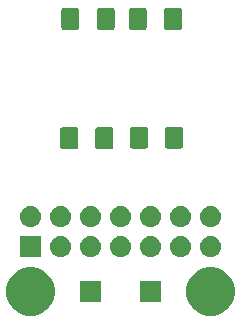
<source format=gbr>
G04 #@! TF.GenerationSoftware,KiCad,Pcbnew,(5.1.2)-1*
G04 #@! TF.CreationDate,2019-06-17T20:55:27+03:00*
G04 #@! TF.ProjectId,esp8266_minimal_hw,65737038-3236-4365-9f6d-696e696d616c,rev?*
G04 #@! TF.SameCoordinates,Original*
G04 #@! TF.FileFunction,Soldermask,Bot*
G04 #@! TF.FilePolarity,Negative*
%FSLAX46Y46*%
G04 Gerber Fmt 4.6, Leading zero omitted, Abs format (unit mm)*
G04 Created by KiCad (PCBNEW (5.1.2)-1) date 2019-06-17 20:55:27*
%MOMM*%
%LPD*%
G04 APERTURE LIST*
%ADD10C,0.100000*%
G04 APERTURE END LIST*
D10*
G36*
X93308254Y-70417818D02*
G01*
X93681511Y-70572426D01*
X93681513Y-70572427D01*
X94017436Y-70796884D01*
X94303116Y-71082564D01*
X94527574Y-71418489D01*
X94682182Y-71791746D01*
X94761000Y-72187993D01*
X94761000Y-72592007D01*
X94682182Y-72988254D01*
X94527574Y-73361511D01*
X94527573Y-73361513D01*
X94303116Y-73697436D01*
X94017436Y-73983116D01*
X93681513Y-74207573D01*
X93681512Y-74207574D01*
X93681511Y-74207574D01*
X93308254Y-74362182D01*
X92912007Y-74441000D01*
X92507993Y-74441000D01*
X92111746Y-74362182D01*
X91738489Y-74207574D01*
X91738488Y-74207574D01*
X91738487Y-74207573D01*
X91402564Y-73983116D01*
X91116884Y-73697436D01*
X90892427Y-73361513D01*
X90892426Y-73361511D01*
X90737818Y-72988254D01*
X90659000Y-72592007D01*
X90659000Y-72187993D01*
X90737818Y-71791746D01*
X90892426Y-71418489D01*
X91116884Y-71082564D01*
X91402564Y-70796884D01*
X91738487Y-70572427D01*
X91738489Y-70572426D01*
X92111746Y-70417818D01*
X92507993Y-70339000D01*
X92912007Y-70339000D01*
X93308254Y-70417818D01*
X93308254Y-70417818D01*
G37*
G36*
X78068254Y-70417818D02*
G01*
X78441511Y-70572426D01*
X78441513Y-70572427D01*
X78777436Y-70796884D01*
X79063116Y-71082564D01*
X79287574Y-71418489D01*
X79442182Y-71791746D01*
X79521000Y-72187993D01*
X79521000Y-72592007D01*
X79442182Y-72988254D01*
X79287574Y-73361511D01*
X79287573Y-73361513D01*
X79063116Y-73697436D01*
X78777436Y-73983116D01*
X78441513Y-74207573D01*
X78441512Y-74207574D01*
X78441511Y-74207574D01*
X78068254Y-74362182D01*
X77672007Y-74441000D01*
X77267993Y-74441000D01*
X76871746Y-74362182D01*
X76498489Y-74207574D01*
X76498488Y-74207574D01*
X76498487Y-74207573D01*
X76162564Y-73983116D01*
X75876884Y-73697436D01*
X75652427Y-73361513D01*
X75652426Y-73361511D01*
X75497818Y-72988254D01*
X75419000Y-72592007D01*
X75419000Y-72187993D01*
X75497818Y-71791746D01*
X75652426Y-71418489D01*
X75876884Y-71082564D01*
X76162564Y-70796884D01*
X76498487Y-70572427D01*
X76498489Y-70572426D01*
X76871746Y-70417818D01*
X77267993Y-70339000D01*
X77672007Y-70339000D01*
X78068254Y-70417818D01*
X78068254Y-70417818D01*
G37*
G36*
X83451000Y-73291000D02*
G01*
X81649000Y-73291000D01*
X81649000Y-71489000D01*
X83451000Y-71489000D01*
X83451000Y-73291000D01*
X83451000Y-73291000D01*
G37*
G36*
X88531000Y-73291000D02*
G01*
X86729000Y-73291000D01*
X86729000Y-71489000D01*
X88531000Y-71489000D01*
X88531000Y-73291000D01*
X88531000Y-73291000D01*
G37*
G36*
X85200443Y-67685519D02*
G01*
X85266627Y-67692037D01*
X85436466Y-67743557D01*
X85592991Y-67827222D01*
X85628729Y-67856552D01*
X85730186Y-67939814D01*
X85813448Y-68041271D01*
X85842778Y-68077009D01*
X85926443Y-68233534D01*
X85977963Y-68403373D01*
X85995359Y-68580000D01*
X85977963Y-68756627D01*
X85926443Y-68926466D01*
X85842778Y-69082991D01*
X85813448Y-69118729D01*
X85730186Y-69220186D01*
X85628729Y-69303448D01*
X85592991Y-69332778D01*
X85436466Y-69416443D01*
X85266627Y-69467963D01*
X85200442Y-69474482D01*
X85134260Y-69481000D01*
X85045740Y-69481000D01*
X84979558Y-69474482D01*
X84913373Y-69467963D01*
X84743534Y-69416443D01*
X84587009Y-69332778D01*
X84551271Y-69303448D01*
X84449814Y-69220186D01*
X84366552Y-69118729D01*
X84337222Y-69082991D01*
X84253557Y-68926466D01*
X84202037Y-68756627D01*
X84184641Y-68580000D01*
X84202037Y-68403373D01*
X84253557Y-68233534D01*
X84337222Y-68077009D01*
X84366552Y-68041271D01*
X84449814Y-67939814D01*
X84551271Y-67856552D01*
X84587009Y-67827222D01*
X84743534Y-67743557D01*
X84913373Y-67692037D01*
X84979557Y-67685519D01*
X85045740Y-67679000D01*
X85134260Y-67679000D01*
X85200443Y-67685519D01*
X85200443Y-67685519D01*
G37*
G36*
X78371000Y-69481000D02*
G01*
X76569000Y-69481000D01*
X76569000Y-67679000D01*
X78371000Y-67679000D01*
X78371000Y-69481000D01*
X78371000Y-69481000D01*
G37*
G36*
X80120443Y-67685519D02*
G01*
X80186627Y-67692037D01*
X80356466Y-67743557D01*
X80512991Y-67827222D01*
X80548729Y-67856552D01*
X80650186Y-67939814D01*
X80733448Y-68041271D01*
X80762778Y-68077009D01*
X80846443Y-68233534D01*
X80897963Y-68403373D01*
X80915359Y-68580000D01*
X80897963Y-68756627D01*
X80846443Y-68926466D01*
X80762778Y-69082991D01*
X80733448Y-69118729D01*
X80650186Y-69220186D01*
X80548729Y-69303448D01*
X80512991Y-69332778D01*
X80356466Y-69416443D01*
X80186627Y-69467963D01*
X80120442Y-69474482D01*
X80054260Y-69481000D01*
X79965740Y-69481000D01*
X79899558Y-69474482D01*
X79833373Y-69467963D01*
X79663534Y-69416443D01*
X79507009Y-69332778D01*
X79471271Y-69303448D01*
X79369814Y-69220186D01*
X79286552Y-69118729D01*
X79257222Y-69082991D01*
X79173557Y-68926466D01*
X79122037Y-68756627D01*
X79104641Y-68580000D01*
X79122037Y-68403373D01*
X79173557Y-68233534D01*
X79257222Y-68077009D01*
X79286552Y-68041271D01*
X79369814Y-67939814D01*
X79471271Y-67856552D01*
X79507009Y-67827222D01*
X79663534Y-67743557D01*
X79833373Y-67692037D01*
X79899557Y-67685519D01*
X79965740Y-67679000D01*
X80054260Y-67679000D01*
X80120443Y-67685519D01*
X80120443Y-67685519D01*
G37*
G36*
X82660443Y-67685519D02*
G01*
X82726627Y-67692037D01*
X82896466Y-67743557D01*
X83052991Y-67827222D01*
X83088729Y-67856552D01*
X83190186Y-67939814D01*
X83273448Y-68041271D01*
X83302778Y-68077009D01*
X83386443Y-68233534D01*
X83437963Y-68403373D01*
X83455359Y-68580000D01*
X83437963Y-68756627D01*
X83386443Y-68926466D01*
X83302778Y-69082991D01*
X83273448Y-69118729D01*
X83190186Y-69220186D01*
X83088729Y-69303448D01*
X83052991Y-69332778D01*
X82896466Y-69416443D01*
X82726627Y-69467963D01*
X82660442Y-69474482D01*
X82594260Y-69481000D01*
X82505740Y-69481000D01*
X82439558Y-69474482D01*
X82373373Y-69467963D01*
X82203534Y-69416443D01*
X82047009Y-69332778D01*
X82011271Y-69303448D01*
X81909814Y-69220186D01*
X81826552Y-69118729D01*
X81797222Y-69082991D01*
X81713557Y-68926466D01*
X81662037Y-68756627D01*
X81644641Y-68580000D01*
X81662037Y-68403373D01*
X81713557Y-68233534D01*
X81797222Y-68077009D01*
X81826552Y-68041271D01*
X81909814Y-67939814D01*
X82011271Y-67856552D01*
X82047009Y-67827222D01*
X82203534Y-67743557D01*
X82373373Y-67692037D01*
X82439557Y-67685519D01*
X82505740Y-67679000D01*
X82594260Y-67679000D01*
X82660443Y-67685519D01*
X82660443Y-67685519D01*
G37*
G36*
X87740443Y-67685519D02*
G01*
X87806627Y-67692037D01*
X87976466Y-67743557D01*
X88132991Y-67827222D01*
X88168729Y-67856552D01*
X88270186Y-67939814D01*
X88353448Y-68041271D01*
X88382778Y-68077009D01*
X88466443Y-68233534D01*
X88517963Y-68403373D01*
X88535359Y-68580000D01*
X88517963Y-68756627D01*
X88466443Y-68926466D01*
X88382778Y-69082991D01*
X88353448Y-69118729D01*
X88270186Y-69220186D01*
X88168729Y-69303448D01*
X88132991Y-69332778D01*
X87976466Y-69416443D01*
X87806627Y-69467963D01*
X87740442Y-69474482D01*
X87674260Y-69481000D01*
X87585740Y-69481000D01*
X87519558Y-69474482D01*
X87453373Y-69467963D01*
X87283534Y-69416443D01*
X87127009Y-69332778D01*
X87091271Y-69303448D01*
X86989814Y-69220186D01*
X86906552Y-69118729D01*
X86877222Y-69082991D01*
X86793557Y-68926466D01*
X86742037Y-68756627D01*
X86724641Y-68580000D01*
X86742037Y-68403373D01*
X86793557Y-68233534D01*
X86877222Y-68077009D01*
X86906552Y-68041271D01*
X86989814Y-67939814D01*
X87091271Y-67856552D01*
X87127009Y-67827222D01*
X87283534Y-67743557D01*
X87453373Y-67692037D01*
X87519557Y-67685519D01*
X87585740Y-67679000D01*
X87674260Y-67679000D01*
X87740443Y-67685519D01*
X87740443Y-67685519D01*
G37*
G36*
X90280443Y-67685519D02*
G01*
X90346627Y-67692037D01*
X90516466Y-67743557D01*
X90672991Y-67827222D01*
X90708729Y-67856552D01*
X90810186Y-67939814D01*
X90893448Y-68041271D01*
X90922778Y-68077009D01*
X91006443Y-68233534D01*
X91057963Y-68403373D01*
X91075359Y-68580000D01*
X91057963Y-68756627D01*
X91006443Y-68926466D01*
X90922778Y-69082991D01*
X90893448Y-69118729D01*
X90810186Y-69220186D01*
X90708729Y-69303448D01*
X90672991Y-69332778D01*
X90516466Y-69416443D01*
X90346627Y-69467963D01*
X90280442Y-69474482D01*
X90214260Y-69481000D01*
X90125740Y-69481000D01*
X90059558Y-69474482D01*
X89993373Y-69467963D01*
X89823534Y-69416443D01*
X89667009Y-69332778D01*
X89631271Y-69303448D01*
X89529814Y-69220186D01*
X89446552Y-69118729D01*
X89417222Y-69082991D01*
X89333557Y-68926466D01*
X89282037Y-68756627D01*
X89264641Y-68580000D01*
X89282037Y-68403373D01*
X89333557Y-68233534D01*
X89417222Y-68077009D01*
X89446552Y-68041271D01*
X89529814Y-67939814D01*
X89631271Y-67856552D01*
X89667009Y-67827222D01*
X89823534Y-67743557D01*
X89993373Y-67692037D01*
X90059557Y-67685519D01*
X90125740Y-67679000D01*
X90214260Y-67679000D01*
X90280443Y-67685519D01*
X90280443Y-67685519D01*
G37*
G36*
X92820443Y-67685519D02*
G01*
X92886627Y-67692037D01*
X93056466Y-67743557D01*
X93212991Y-67827222D01*
X93248729Y-67856552D01*
X93350186Y-67939814D01*
X93433448Y-68041271D01*
X93462778Y-68077009D01*
X93546443Y-68233534D01*
X93597963Y-68403373D01*
X93615359Y-68580000D01*
X93597963Y-68756627D01*
X93546443Y-68926466D01*
X93462778Y-69082991D01*
X93433448Y-69118729D01*
X93350186Y-69220186D01*
X93248729Y-69303448D01*
X93212991Y-69332778D01*
X93056466Y-69416443D01*
X92886627Y-69467963D01*
X92820442Y-69474482D01*
X92754260Y-69481000D01*
X92665740Y-69481000D01*
X92599558Y-69474482D01*
X92533373Y-69467963D01*
X92363534Y-69416443D01*
X92207009Y-69332778D01*
X92171271Y-69303448D01*
X92069814Y-69220186D01*
X91986552Y-69118729D01*
X91957222Y-69082991D01*
X91873557Y-68926466D01*
X91822037Y-68756627D01*
X91804641Y-68580000D01*
X91822037Y-68403373D01*
X91873557Y-68233534D01*
X91957222Y-68077009D01*
X91986552Y-68041271D01*
X92069814Y-67939814D01*
X92171271Y-67856552D01*
X92207009Y-67827222D01*
X92363534Y-67743557D01*
X92533373Y-67692037D01*
X92599557Y-67685519D01*
X92665740Y-67679000D01*
X92754260Y-67679000D01*
X92820443Y-67685519D01*
X92820443Y-67685519D01*
G37*
G36*
X90280442Y-65145518D02*
G01*
X90346627Y-65152037D01*
X90516466Y-65203557D01*
X90672991Y-65287222D01*
X90708729Y-65316552D01*
X90810186Y-65399814D01*
X90893448Y-65501271D01*
X90922778Y-65537009D01*
X91006443Y-65693534D01*
X91057963Y-65863373D01*
X91075359Y-66040000D01*
X91057963Y-66216627D01*
X91006443Y-66386466D01*
X90922778Y-66542991D01*
X90893448Y-66578729D01*
X90810186Y-66680186D01*
X90708729Y-66763448D01*
X90672991Y-66792778D01*
X90516466Y-66876443D01*
X90346627Y-66927963D01*
X90280442Y-66934482D01*
X90214260Y-66941000D01*
X90125740Y-66941000D01*
X90059558Y-66934482D01*
X89993373Y-66927963D01*
X89823534Y-66876443D01*
X89667009Y-66792778D01*
X89631271Y-66763448D01*
X89529814Y-66680186D01*
X89446552Y-66578729D01*
X89417222Y-66542991D01*
X89333557Y-66386466D01*
X89282037Y-66216627D01*
X89264641Y-66040000D01*
X89282037Y-65863373D01*
X89333557Y-65693534D01*
X89417222Y-65537009D01*
X89446552Y-65501271D01*
X89529814Y-65399814D01*
X89631271Y-65316552D01*
X89667009Y-65287222D01*
X89823534Y-65203557D01*
X89993373Y-65152037D01*
X90059558Y-65145518D01*
X90125740Y-65139000D01*
X90214260Y-65139000D01*
X90280442Y-65145518D01*
X90280442Y-65145518D01*
G37*
G36*
X77580442Y-65145518D02*
G01*
X77646627Y-65152037D01*
X77816466Y-65203557D01*
X77972991Y-65287222D01*
X78008729Y-65316552D01*
X78110186Y-65399814D01*
X78193448Y-65501271D01*
X78222778Y-65537009D01*
X78306443Y-65693534D01*
X78357963Y-65863373D01*
X78375359Y-66040000D01*
X78357963Y-66216627D01*
X78306443Y-66386466D01*
X78222778Y-66542991D01*
X78193448Y-66578729D01*
X78110186Y-66680186D01*
X78008729Y-66763448D01*
X77972991Y-66792778D01*
X77816466Y-66876443D01*
X77646627Y-66927963D01*
X77580442Y-66934482D01*
X77514260Y-66941000D01*
X77425740Y-66941000D01*
X77359558Y-66934482D01*
X77293373Y-66927963D01*
X77123534Y-66876443D01*
X76967009Y-66792778D01*
X76931271Y-66763448D01*
X76829814Y-66680186D01*
X76746552Y-66578729D01*
X76717222Y-66542991D01*
X76633557Y-66386466D01*
X76582037Y-66216627D01*
X76564641Y-66040000D01*
X76582037Y-65863373D01*
X76633557Y-65693534D01*
X76717222Y-65537009D01*
X76746552Y-65501271D01*
X76829814Y-65399814D01*
X76931271Y-65316552D01*
X76967009Y-65287222D01*
X77123534Y-65203557D01*
X77293373Y-65152037D01*
X77359558Y-65145518D01*
X77425740Y-65139000D01*
X77514260Y-65139000D01*
X77580442Y-65145518D01*
X77580442Y-65145518D01*
G37*
G36*
X80120442Y-65145518D02*
G01*
X80186627Y-65152037D01*
X80356466Y-65203557D01*
X80512991Y-65287222D01*
X80548729Y-65316552D01*
X80650186Y-65399814D01*
X80733448Y-65501271D01*
X80762778Y-65537009D01*
X80846443Y-65693534D01*
X80897963Y-65863373D01*
X80915359Y-66040000D01*
X80897963Y-66216627D01*
X80846443Y-66386466D01*
X80762778Y-66542991D01*
X80733448Y-66578729D01*
X80650186Y-66680186D01*
X80548729Y-66763448D01*
X80512991Y-66792778D01*
X80356466Y-66876443D01*
X80186627Y-66927963D01*
X80120442Y-66934482D01*
X80054260Y-66941000D01*
X79965740Y-66941000D01*
X79899558Y-66934482D01*
X79833373Y-66927963D01*
X79663534Y-66876443D01*
X79507009Y-66792778D01*
X79471271Y-66763448D01*
X79369814Y-66680186D01*
X79286552Y-66578729D01*
X79257222Y-66542991D01*
X79173557Y-66386466D01*
X79122037Y-66216627D01*
X79104641Y-66040000D01*
X79122037Y-65863373D01*
X79173557Y-65693534D01*
X79257222Y-65537009D01*
X79286552Y-65501271D01*
X79369814Y-65399814D01*
X79471271Y-65316552D01*
X79507009Y-65287222D01*
X79663534Y-65203557D01*
X79833373Y-65152037D01*
X79899558Y-65145518D01*
X79965740Y-65139000D01*
X80054260Y-65139000D01*
X80120442Y-65145518D01*
X80120442Y-65145518D01*
G37*
G36*
X82660442Y-65145518D02*
G01*
X82726627Y-65152037D01*
X82896466Y-65203557D01*
X83052991Y-65287222D01*
X83088729Y-65316552D01*
X83190186Y-65399814D01*
X83273448Y-65501271D01*
X83302778Y-65537009D01*
X83386443Y-65693534D01*
X83437963Y-65863373D01*
X83455359Y-66040000D01*
X83437963Y-66216627D01*
X83386443Y-66386466D01*
X83302778Y-66542991D01*
X83273448Y-66578729D01*
X83190186Y-66680186D01*
X83088729Y-66763448D01*
X83052991Y-66792778D01*
X82896466Y-66876443D01*
X82726627Y-66927963D01*
X82660442Y-66934482D01*
X82594260Y-66941000D01*
X82505740Y-66941000D01*
X82439558Y-66934482D01*
X82373373Y-66927963D01*
X82203534Y-66876443D01*
X82047009Y-66792778D01*
X82011271Y-66763448D01*
X81909814Y-66680186D01*
X81826552Y-66578729D01*
X81797222Y-66542991D01*
X81713557Y-66386466D01*
X81662037Y-66216627D01*
X81644641Y-66040000D01*
X81662037Y-65863373D01*
X81713557Y-65693534D01*
X81797222Y-65537009D01*
X81826552Y-65501271D01*
X81909814Y-65399814D01*
X82011271Y-65316552D01*
X82047009Y-65287222D01*
X82203534Y-65203557D01*
X82373373Y-65152037D01*
X82439558Y-65145518D01*
X82505740Y-65139000D01*
X82594260Y-65139000D01*
X82660442Y-65145518D01*
X82660442Y-65145518D01*
G37*
G36*
X87740442Y-65145518D02*
G01*
X87806627Y-65152037D01*
X87976466Y-65203557D01*
X88132991Y-65287222D01*
X88168729Y-65316552D01*
X88270186Y-65399814D01*
X88353448Y-65501271D01*
X88382778Y-65537009D01*
X88466443Y-65693534D01*
X88517963Y-65863373D01*
X88535359Y-66040000D01*
X88517963Y-66216627D01*
X88466443Y-66386466D01*
X88382778Y-66542991D01*
X88353448Y-66578729D01*
X88270186Y-66680186D01*
X88168729Y-66763448D01*
X88132991Y-66792778D01*
X87976466Y-66876443D01*
X87806627Y-66927963D01*
X87740442Y-66934482D01*
X87674260Y-66941000D01*
X87585740Y-66941000D01*
X87519558Y-66934482D01*
X87453373Y-66927963D01*
X87283534Y-66876443D01*
X87127009Y-66792778D01*
X87091271Y-66763448D01*
X86989814Y-66680186D01*
X86906552Y-66578729D01*
X86877222Y-66542991D01*
X86793557Y-66386466D01*
X86742037Y-66216627D01*
X86724641Y-66040000D01*
X86742037Y-65863373D01*
X86793557Y-65693534D01*
X86877222Y-65537009D01*
X86906552Y-65501271D01*
X86989814Y-65399814D01*
X87091271Y-65316552D01*
X87127009Y-65287222D01*
X87283534Y-65203557D01*
X87453373Y-65152037D01*
X87519558Y-65145518D01*
X87585740Y-65139000D01*
X87674260Y-65139000D01*
X87740442Y-65145518D01*
X87740442Y-65145518D01*
G37*
G36*
X85200442Y-65145518D02*
G01*
X85266627Y-65152037D01*
X85436466Y-65203557D01*
X85592991Y-65287222D01*
X85628729Y-65316552D01*
X85730186Y-65399814D01*
X85813448Y-65501271D01*
X85842778Y-65537009D01*
X85926443Y-65693534D01*
X85977963Y-65863373D01*
X85995359Y-66040000D01*
X85977963Y-66216627D01*
X85926443Y-66386466D01*
X85842778Y-66542991D01*
X85813448Y-66578729D01*
X85730186Y-66680186D01*
X85628729Y-66763448D01*
X85592991Y-66792778D01*
X85436466Y-66876443D01*
X85266627Y-66927963D01*
X85200442Y-66934482D01*
X85134260Y-66941000D01*
X85045740Y-66941000D01*
X84979558Y-66934482D01*
X84913373Y-66927963D01*
X84743534Y-66876443D01*
X84587009Y-66792778D01*
X84551271Y-66763448D01*
X84449814Y-66680186D01*
X84366552Y-66578729D01*
X84337222Y-66542991D01*
X84253557Y-66386466D01*
X84202037Y-66216627D01*
X84184641Y-66040000D01*
X84202037Y-65863373D01*
X84253557Y-65693534D01*
X84337222Y-65537009D01*
X84366552Y-65501271D01*
X84449814Y-65399814D01*
X84551271Y-65316552D01*
X84587009Y-65287222D01*
X84743534Y-65203557D01*
X84913373Y-65152037D01*
X84979558Y-65145518D01*
X85045740Y-65139000D01*
X85134260Y-65139000D01*
X85200442Y-65145518D01*
X85200442Y-65145518D01*
G37*
G36*
X92820442Y-65145518D02*
G01*
X92886627Y-65152037D01*
X93056466Y-65203557D01*
X93212991Y-65287222D01*
X93248729Y-65316552D01*
X93350186Y-65399814D01*
X93433448Y-65501271D01*
X93462778Y-65537009D01*
X93546443Y-65693534D01*
X93597963Y-65863373D01*
X93615359Y-66040000D01*
X93597963Y-66216627D01*
X93546443Y-66386466D01*
X93462778Y-66542991D01*
X93433448Y-66578729D01*
X93350186Y-66680186D01*
X93248729Y-66763448D01*
X93212991Y-66792778D01*
X93056466Y-66876443D01*
X92886627Y-66927963D01*
X92820442Y-66934482D01*
X92754260Y-66941000D01*
X92665740Y-66941000D01*
X92599558Y-66934482D01*
X92533373Y-66927963D01*
X92363534Y-66876443D01*
X92207009Y-66792778D01*
X92171271Y-66763448D01*
X92069814Y-66680186D01*
X91986552Y-66578729D01*
X91957222Y-66542991D01*
X91873557Y-66386466D01*
X91822037Y-66216627D01*
X91804641Y-66040000D01*
X91822037Y-65863373D01*
X91873557Y-65693534D01*
X91957222Y-65537009D01*
X91986552Y-65501271D01*
X92069814Y-65399814D01*
X92171271Y-65316552D01*
X92207009Y-65287222D01*
X92363534Y-65203557D01*
X92533373Y-65152037D01*
X92599558Y-65145518D01*
X92665740Y-65139000D01*
X92754260Y-65139000D01*
X92820442Y-65145518D01*
X92820442Y-65145518D01*
G37*
G36*
X84334708Y-58481398D02*
G01*
X84369627Y-58491991D01*
X84401809Y-58509193D01*
X84430019Y-58532344D01*
X84453170Y-58560554D01*
X84470372Y-58592736D01*
X84480965Y-58627655D01*
X84485146Y-58670112D01*
X84485146Y-60136322D01*
X84480965Y-60178779D01*
X84470372Y-60213698D01*
X84453170Y-60245880D01*
X84430019Y-60274090D01*
X84401809Y-60297241D01*
X84369627Y-60314443D01*
X84334708Y-60325036D01*
X84292251Y-60329217D01*
X83151041Y-60329217D01*
X83108584Y-60325036D01*
X83073665Y-60314443D01*
X83041483Y-60297241D01*
X83013273Y-60274090D01*
X82990122Y-60245880D01*
X82972920Y-60213698D01*
X82962327Y-60178779D01*
X82958146Y-60136322D01*
X82958146Y-58670112D01*
X82962327Y-58627655D01*
X82972920Y-58592736D01*
X82990122Y-58560554D01*
X83013273Y-58532344D01*
X83041483Y-58509193D01*
X83073665Y-58491991D01*
X83108584Y-58481398D01*
X83151041Y-58477217D01*
X84292251Y-58477217D01*
X84334708Y-58481398D01*
X84334708Y-58481398D01*
G37*
G36*
X81359708Y-58481398D02*
G01*
X81394627Y-58491991D01*
X81426809Y-58509193D01*
X81455019Y-58532344D01*
X81478170Y-58560554D01*
X81495372Y-58592736D01*
X81505965Y-58627655D01*
X81510146Y-58670112D01*
X81510146Y-60136322D01*
X81505965Y-60178779D01*
X81495372Y-60213698D01*
X81478170Y-60245880D01*
X81455019Y-60274090D01*
X81426809Y-60297241D01*
X81394627Y-60314443D01*
X81359708Y-60325036D01*
X81317251Y-60329217D01*
X80176041Y-60329217D01*
X80133584Y-60325036D01*
X80098665Y-60314443D01*
X80066483Y-60297241D01*
X80038273Y-60274090D01*
X80015122Y-60245880D01*
X79997920Y-60213698D01*
X79987327Y-60178779D01*
X79983146Y-60136322D01*
X79983146Y-58670112D01*
X79987327Y-58627655D01*
X79997920Y-58592736D01*
X80015122Y-58560554D01*
X80038273Y-58532344D01*
X80066483Y-58509193D01*
X80098665Y-58491991D01*
X80133584Y-58481398D01*
X80176041Y-58477217D01*
X81317251Y-58477217D01*
X81359708Y-58481398D01*
X81359708Y-58481398D01*
G37*
G36*
X87252945Y-58440473D02*
G01*
X87287864Y-58451066D01*
X87320046Y-58468268D01*
X87348256Y-58491419D01*
X87371407Y-58519629D01*
X87388609Y-58551811D01*
X87399202Y-58586730D01*
X87403383Y-58629187D01*
X87403383Y-60095397D01*
X87399202Y-60137854D01*
X87388609Y-60172773D01*
X87371407Y-60204955D01*
X87348256Y-60233165D01*
X87320046Y-60256316D01*
X87287864Y-60273518D01*
X87252945Y-60284111D01*
X87210488Y-60288292D01*
X86069278Y-60288292D01*
X86026821Y-60284111D01*
X85991902Y-60273518D01*
X85959720Y-60256316D01*
X85931510Y-60233165D01*
X85908359Y-60204955D01*
X85891157Y-60172773D01*
X85880564Y-60137854D01*
X85876383Y-60095397D01*
X85876383Y-58629187D01*
X85880564Y-58586730D01*
X85891157Y-58551811D01*
X85908359Y-58519629D01*
X85931510Y-58491419D01*
X85959720Y-58468268D01*
X85991902Y-58451066D01*
X86026821Y-58440473D01*
X86069278Y-58436292D01*
X87210488Y-58436292D01*
X87252945Y-58440473D01*
X87252945Y-58440473D01*
G37*
G36*
X90227945Y-58440473D02*
G01*
X90262864Y-58451066D01*
X90295046Y-58468268D01*
X90323256Y-58491419D01*
X90346407Y-58519629D01*
X90363609Y-58551811D01*
X90374202Y-58586730D01*
X90378383Y-58629187D01*
X90378383Y-60095397D01*
X90374202Y-60137854D01*
X90363609Y-60172773D01*
X90346407Y-60204955D01*
X90323256Y-60233165D01*
X90295046Y-60256316D01*
X90262864Y-60273518D01*
X90227945Y-60284111D01*
X90185488Y-60288292D01*
X89044278Y-60288292D01*
X89001821Y-60284111D01*
X88966902Y-60273518D01*
X88934720Y-60256316D01*
X88906510Y-60233165D01*
X88883359Y-60204955D01*
X88866157Y-60172773D01*
X88855564Y-60137854D01*
X88851383Y-60095397D01*
X88851383Y-58629187D01*
X88855564Y-58586730D01*
X88866157Y-58551811D01*
X88883359Y-58519629D01*
X88906510Y-58491419D01*
X88934720Y-58468268D01*
X88966902Y-58451066D01*
X89001821Y-58440473D01*
X89044278Y-58436292D01*
X90185488Y-58436292D01*
X90227945Y-58440473D01*
X90227945Y-58440473D01*
G37*
G36*
X87144360Y-48393323D02*
G01*
X87179279Y-48403916D01*
X87211461Y-48421118D01*
X87239671Y-48444269D01*
X87262822Y-48472479D01*
X87280024Y-48504661D01*
X87290617Y-48539580D01*
X87294798Y-48582037D01*
X87294798Y-50048247D01*
X87290617Y-50090704D01*
X87280024Y-50125623D01*
X87262822Y-50157805D01*
X87239671Y-50186015D01*
X87211461Y-50209166D01*
X87179279Y-50226368D01*
X87144360Y-50236961D01*
X87101903Y-50241142D01*
X85960693Y-50241142D01*
X85918236Y-50236961D01*
X85883317Y-50226368D01*
X85851135Y-50209166D01*
X85822925Y-50186015D01*
X85799774Y-50157805D01*
X85782572Y-50125623D01*
X85771979Y-50090704D01*
X85767798Y-50048247D01*
X85767798Y-48582037D01*
X85771979Y-48539580D01*
X85782572Y-48504661D01*
X85799774Y-48472479D01*
X85822925Y-48444269D01*
X85851135Y-48421118D01*
X85883317Y-48403916D01*
X85918236Y-48393323D01*
X85960693Y-48389142D01*
X87101903Y-48389142D01*
X87144360Y-48393323D01*
X87144360Y-48393323D01*
G37*
G36*
X90119360Y-48393323D02*
G01*
X90154279Y-48403916D01*
X90186461Y-48421118D01*
X90214671Y-48444269D01*
X90237822Y-48472479D01*
X90255024Y-48504661D01*
X90265617Y-48539580D01*
X90269798Y-48582037D01*
X90269798Y-50048247D01*
X90265617Y-50090704D01*
X90255024Y-50125623D01*
X90237822Y-50157805D01*
X90214671Y-50186015D01*
X90186461Y-50209166D01*
X90154279Y-50226368D01*
X90119360Y-50236961D01*
X90076903Y-50241142D01*
X88935693Y-50241142D01*
X88893236Y-50236961D01*
X88858317Y-50226368D01*
X88826135Y-50209166D01*
X88797925Y-50186015D01*
X88774774Y-50157805D01*
X88757572Y-50125623D01*
X88746979Y-50090704D01*
X88742798Y-50048247D01*
X88742798Y-48582037D01*
X88746979Y-48539580D01*
X88757572Y-48504661D01*
X88774774Y-48472479D01*
X88797925Y-48444269D01*
X88826135Y-48421118D01*
X88858317Y-48403916D01*
X88893236Y-48393323D01*
X88935693Y-48389142D01*
X90076903Y-48389142D01*
X90119360Y-48393323D01*
X90119360Y-48393323D01*
G37*
G36*
X81458062Y-48390681D02*
G01*
X81492981Y-48401274D01*
X81525163Y-48418476D01*
X81553373Y-48441627D01*
X81576524Y-48469837D01*
X81593726Y-48502019D01*
X81604319Y-48536938D01*
X81608500Y-48579395D01*
X81608500Y-50045605D01*
X81604319Y-50088062D01*
X81593726Y-50122981D01*
X81576524Y-50155163D01*
X81553373Y-50183373D01*
X81525163Y-50206524D01*
X81492981Y-50223726D01*
X81458062Y-50234319D01*
X81415605Y-50238500D01*
X80274395Y-50238500D01*
X80231938Y-50234319D01*
X80197019Y-50223726D01*
X80164837Y-50206524D01*
X80136627Y-50183373D01*
X80113476Y-50155163D01*
X80096274Y-50122981D01*
X80085681Y-50088062D01*
X80081500Y-50045605D01*
X80081500Y-48579395D01*
X80085681Y-48536938D01*
X80096274Y-48502019D01*
X80113476Y-48469837D01*
X80136627Y-48441627D01*
X80164837Y-48418476D01*
X80197019Y-48401274D01*
X80231938Y-48390681D01*
X80274395Y-48386500D01*
X81415605Y-48386500D01*
X81458062Y-48390681D01*
X81458062Y-48390681D01*
G37*
G36*
X84433062Y-48390681D02*
G01*
X84467981Y-48401274D01*
X84500163Y-48418476D01*
X84528373Y-48441627D01*
X84551524Y-48469837D01*
X84568726Y-48502019D01*
X84579319Y-48536938D01*
X84583500Y-48579395D01*
X84583500Y-50045605D01*
X84579319Y-50088062D01*
X84568726Y-50122981D01*
X84551524Y-50155163D01*
X84528373Y-50183373D01*
X84500163Y-50206524D01*
X84467981Y-50223726D01*
X84433062Y-50234319D01*
X84390605Y-50238500D01*
X83249395Y-50238500D01*
X83206938Y-50234319D01*
X83172019Y-50223726D01*
X83139837Y-50206524D01*
X83111627Y-50183373D01*
X83088476Y-50155163D01*
X83071274Y-50122981D01*
X83060681Y-50088062D01*
X83056500Y-50045605D01*
X83056500Y-48579395D01*
X83060681Y-48536938D01*
X83071274Y-48502019D01*
X83088476Y-48469837D01*
X83111627Y-48441627D01*
X83139837Y-48418476D01*
X83172019Y-48401274D01*
X83206938Y-48390681D01*
X83249395Y-48386500D01*
X84390605Y-48386500D01*
X84433062Y-48390681D01*
X84433062Y-48390681D01*
G37*
M02*

</source>
